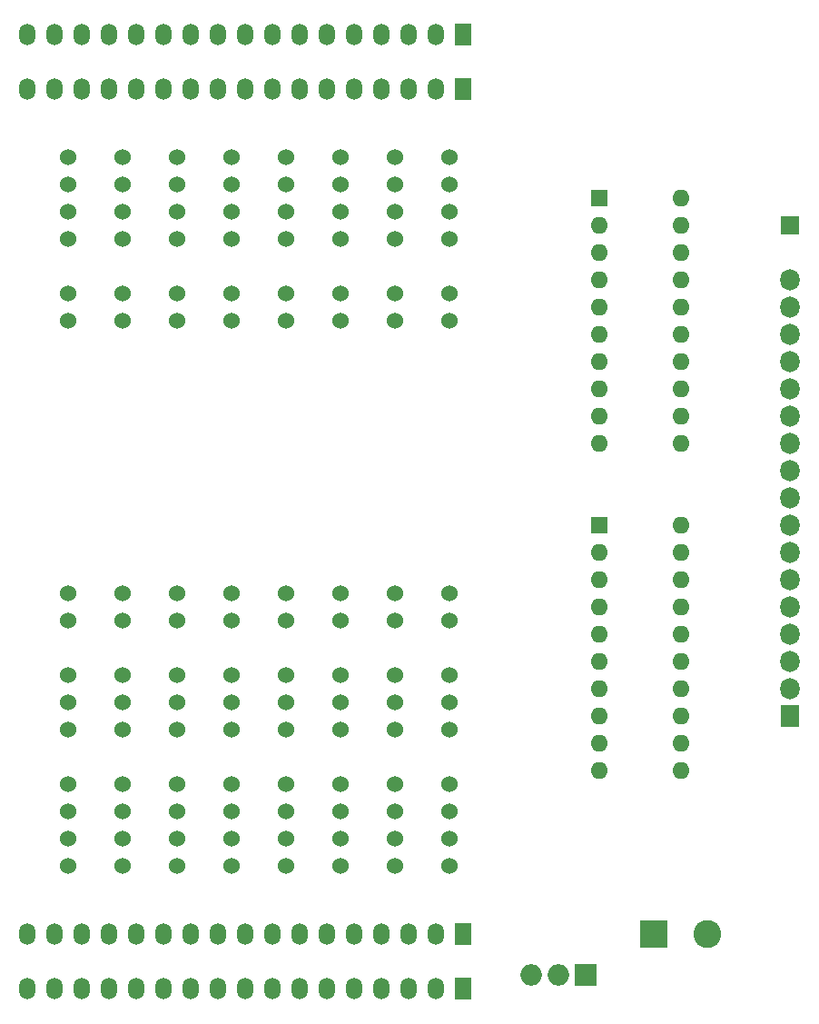
<source format=gbr>
%TF.GenerationSoftware,KiCad,Pcbnew,(5.1.8)-1*%
%TF.CreationDate,2023-06-16T08:46:22+03:00*%
%TF.ProjectId,MUX16bit,4d555831-3662-4697-942e-6b696361645f,rev?*%
%TF.SameCoordinates,Original*%
%TF.FileFunction,Copper,L1,Top*%
%TF.FilePolarity,Positive*%
%FSLAX46Y46*%
G04 Gerber Fmt 4.6, Leading zero omitted, Abs format (unit mm)*
G04 Created by KiCad (PCBNEW (5.1.8)-1) date 2023-06-16 08:46:22*
%MOMM*%
%LPD*%
G01*
G04 APERTURE LIST*
%TA.AperFunction,ComponentPad*%
%ADD10O,1.800000X2.000000*%
%TD*%
%TA.AperFunction,ComponentPad*%
%ADD11R,1.800000X2.000000*%
%TD*%
%TA.AperFunction,ComponentPad*%
%ADD12O,1.500000X2.000000*%
%TD*%
%TA.AperFunction,ComponentPad*%
%ADD13R,1.500000X2.000000*%
%TD*%
%TA.AperFunction,ComponentPad*%
%ADD14C,2.600000*%
%TD*%
%TA.AperFunction,ComponentPad*%
%ADD15R,2.600000X2.600000*%
%TD*%
%TA.AperFunction,ComponentPad*%
%ADD16O,2.000000X2.000000*%
%TD*%
%TA.AperFunction,ComponentPad*%
%ADD17R,2.000000X2.000000*%
%TD*%
%TA.AperFunction,ComponentPad*%
%ADD18R,1.700000X1.700000*%
%TD*%
%TA.AperFunction,ComponentPad*%
%ADD19C,1.524000*%
%TD*%
%TA.AperFunction,ComponentPad*%
%ADD20O,1.600000X1.600000*%
%TD*%
%TA.AperFunction,ComponentPad*%
%ADD21R,1.600000X1.600000*%
%TD*%
G04 APERTURE END LIST*
D10*
%TO.P,J5,17*%
%TO.N,GND*%
X160020000Y-48260000D03*
%TO.P,J5,16*%
%TO.N,/BUS0*%
X160020000Y-50800000D03*
%TO.P,J5,15*%
%TO.N,/BUS1*%
X160020000Y-53340000D03*
%TO.P,J5,14*%
%TO.N,/BUS2*%
X160020000Y-55880000D03*
%TO.P,J5,13*%
%TO.N,/BUS3*%
X160020000Y-58420000D03*
%TO.P,J5,12*%
%TO.N,/BUS4*%
X160020000Y-60960000D03*
%TO.P,J5,11*%
%TO.N,/BUS5*%
X160020000Y-63500000D03*
%TO.P,J5,10*%
%TO.N,/BUS6*%
X160020000Y-66040000D03*
%TO.P,J5,9*%
%TO.N,/BUS7*%
X160020000Y-68580000D03*
%TO.P,J5,8*%
%TO.N,/BUS8*%
X160020000Y-71120000D03*
%TO.P,J5,7*%
%TO.N,/BUS9*%
X160020000Y-73660000D03*
%TO.P,J5,6*%
%TO.N,/BUS10*%
X160020000Y-76200000D03*
%TO.P,J5,5*%
%TO.N,/BUS11*%
X160020000Y-78740000D03*
%TO.P,J5,4*%
%TO.N,/BUS12*%
X160020000Y-81280000D03*
%TO.P,J5,3*%
%TO.N,/BUS13*%
X160020000Y-83820000D03*
%TO.P,J5,2*%
%TO.N,/BUS14*%
X160020000Y-86360000D03*
D11*
%TO.P,J5,1*%
%TO.N,/BUS15*%
X160020000Y-88900000D03*
%TD*%
D12*
%TO.P,J4,17*%
%TO.N,GND*%
X88900000Y-114300000D03*
%TO.P,J4,16*%
%TO.N,/D0*%
X91440000Y-114300000D03*
%TO.P,J4,15*%
%TO.N,/D1*%
X93980000Y-114300000D03*
%TO.P,J4,14*%
%TO.N,/D2*%
X96520000Y-114300000D03*
%TO.P,J4,13*%
%TO.N,/D3*%
X99060000Y-114300000D03*
%TO.P,J4,12*%
%TO.N,/D4*%
X101600000Y-114300000D03*
%TO.P,J4,11*%
%TO.N,/D5*%
X104140000Y-114300000D03*
%TO.P,J4,10*%
%TO.N,/D6*%
X106680000Y-114300000D03*
%TO.P,J4,9*%
%TO.N,/D7*%
X109220000Y-114300000D03*
%TO.P,J4,8*%
%TO.N,/D8*%
X111760000Y-114300000D03*
%TO.P,J4,7*%
%TO.N,/D9*%
X114300000Y-114300000D03*
%TO.P,J4,6*%
%TO.N,/D10*%
X116840000Y-114300000D03*
%TO.P,J4,5*%
%TO.N,/D11*%
X119380000Y-114300000D03*
%TO.P,J4,4*%
%TO.N,/D12*%
X121920000Y-114300000D03*
%TO.P,J4,3*%
%TO.N,/D13*%
X124460000Y-114300000D03*
%TO.P,J4,2*%
%TO.N,/D14*%
X127000000Y-114300000D03*
D13*
%TO.P,J4,1*%
%TO.N,/D15*%
X129540000Y-114300000D03*
%TD*%
D12*
%TO.P,J3,17*%
%TO.N,GND*%
X88900000Y-109220000D03*
%TO.P,J3,16*%
%TO.N,/C0*%
X91440000Y-109220000D03*
%TO.P,J3,15*%
%TO.N,/C1*%
X93980000Y-109220000D03*
%TO.P,J3,14*%
%TO.N,/C2*%
X96520000Y-109220000D03*
%TO.P,J3,13*%
%TO.N,/C3*%
X99060000Y-109220000D03*
%TO.P,J3,12*%
%TO.N,/C4*%
X101600000Y-109220000D03*
%TO.P,J3,11*%
%TO.N,/C5*%
X104140000Y-109220000D03*
%TO.P,J3,10*%
%TO.N,/C6*%
X106680000Y-109220000D03*
%TO.P,J3,9*%
%TO.N,/C7*%
X109220000Y-109220000D03*
%TO.P,J3,8*%
%TO.N,/C8*%
X111760000Y-109220000D03*
%TO.P,J3,7*%
%TO.N,/C9*%
X114300000Y-109220000D03*
%TO.P,J3,6*%
%TO.N,/C10*%
X116840000Y-109220000D03*
%TO.P,J3,5*%
%TO.N,/C11*%
X119380000Y-109220000D03*
%TO.P,J3,4*%
%TO.N,/C12*%
X121920000Y-109220000D03*
%TO.P,J3,3*%
%TO.N,/C13*%
X124460000Y-109220000D03*
%TO.P,J3,2*%
%TO.N,/C14*%
X127000000Y-109220000D03*
D13*
%TO.P,J3,1*%
%TO.N,/C15*%
X129540000Y-109220000D03*
%TD*%
D12*
%TO.P,J2,17*%
%TO.N,GND*%
X88900000Y-30480000D03*
%TO.P,J2,16*%
%TO.N,/B0*%
X91440000Y-30480000D03*
%TO.P,J2,15*%
%TO.N,/B1*%
X93980000Y-30480000D03*
%TO.P,J2,14*%
%TO.N,/B2*%
X96520000Y-30480000D03*
%TO.P,J2,13*%
%TO.N,/B3*%
X99060000Y-30480000D03*
%TO.P,J2,12*%
%TO.N,/B4*%
X101600000Y-30480000D03*
%TO.P,J2,11*%
%TO.N,/B5*%
X104140000Y-30480000D03*
%TO.P,J2,10*%
%TO.N,/B6*%
X106680000Y-30480000D03*
%TO.P,J2,9*%
%TO.N,/B7*%
X109220000Y-30480000D03*
%TO.P,J2,8*%
%TO.N,/B8*%
X111760000Y-30480000D03*
%TO.P,J2,7*%
%TO.N,/B9*%
X114300000Y-30480000D03*
%TO.P,J2,6*%
%TO.N,/B10*%
X116840000Y-30480000D03*
%TO.P,J2,5*%
%TO.N,/B11*%
X119380000Y-30480000D03*
%TO.P,J2,4*%
%TO.N,/B12*%
X121920000Y-30480000D03*
%TO.P,J2,3*%
%TO.N,/B13*%
X124460000Y-30480000D03*
%TO.P,J2,2*%
%TO.N,/B14*%
X127000000Y-30480000D03*
D13*
%TO.P,J2,1*%
%TO.N,/B15*%
X129540000Y-30480000D03*
%TD*%
D12*
%TO.P,J1,17*%
%TO.N,GND*%
X88900000Y-25400000D03*
%TO.P,J1,16*%
%TO.N,/A0*%
X91440000Y-25400000D03*
%TO.P,J1,15*%
%TO.N,/A1*%
X93980000Y-25400000D03*
%TO.P,J1,14*%
%TO.N,/A2*%
X96520000Y-25400000D03*
%TO.P,J1,13*%
%TO.N,/A3*%
X99060000Y-25400000D03*
%TO.P,J1,12*%
%TO.N,/A4*%
X101600000Y-25400000D03*
%TO.P,J1,11*%
%TO.N,/A5*%
X104140000Y-25400000D03*
%TO.P,J1,10*%
%TO.N,/A6*%
X106680000Y-25400000D03*
%TO.P,J1,9*%
%TO.N,/A7*%
X109220000Y-25400000D03*
%TO.P,J1,8*%
%TO.N,/A8*%
X111760000Y-25400000D03*
%TO.P,J1,7*%
%TO.N,/A9*%
X114300000Y-25400000D03*
%TO.P,J1,6*%
%TO.N,/A10*%
X116840000Y-25400000D03*
%TO.P,J1,5*%
%TO.N,/A11*%
X119380000Y-25400000D03*
%TO.P,J1,4*%
%TO.N,/A12*%
X121920000Y-25400000D03*
%TO.P,J1,3*%
%TO.N,/A13*%
X124460000Y-25400000D03*
%TO.P,J1,2*%
%TO.N,/A14*%
X127000000Y-25400000D03*
D13*
%TO.P,J1,1*%
%TO.N,/A15*%
X129540000Y-25400000D03*
%TD*%
D14*
%TO.P,J8,2*%
%TO.N,VCC*%
X152320000Y-109220000D03*
D15*
%TO.P,J8,1*%
%TO.N,GND*%
X147320000Y-109220000D03*
%TD*%
D16*
%TO.P,J7,3*%
%TO.N,/S1*%
X135890000Y-113030000D03*
%TO.P,J7,2*%
%TO.N,/~E*%
X138430000Y-113030000D03*
D17*
%TO.P,J7,1*%
%TO.N,/S0*%
X140970000Y-113030000D03*
%TD*%
D18*
%TO.P,J6,1*%
%TO.N,/~OE*%
X160020000Y-43180000D03*
%TD*%
D19*
%TO.P,U8,15*%
%TO.N,/D14*%
X128270000Y-102870000D03*
%TO.P,U8,14*%
%TO.N,/C14*%
X128270000Y-100330000D03*
%TO.P,U8,13*%
%TO.N,/C15*%
X128270000Y-97790000D03*
%TO.P,U8,12*%
%TO.N,/D15*%
X128270000Y-95250000D03*
%TO.P,U8,11*%
%TO.N,/S1*%
X128270000Y-90170000D03*
%TO.P,U8,10*%
%TO.N,/~E*%
X128270000Y-87630000D03*
%TO.P,U8,9*%
%TO.N,/S0*%
X128270000Y-85090000D03*
%TO.P,U8,8*%
%TO.N,/O15*%
X128270000Y-80010000D03*
%TO.P,U8,7*%
%TO.N,/O14*%
X128270000Y-77470000D03*
%TO.P,U8,6*%
%TO.N,VCC*%
X128270000Y-52070000D03*
%TO.P,U8,5*%
%TO.N,GND*%
X128270000Y-49530000D03*
%TO.P,U8,4*%
%TO.N,/A15*%
X128270000Y-44450000D03*
%TO.P,U8,3*%
%TO.N,/B15*%
X128270000Y-41910000D03*
%TO.P,U8,2*%
%TO.N,/B14*%
X128270000Y-39370000D03*
%TO.P,U8,1*%
%TO.N,/A14*%
X128270000Y-36830000D03*
%TD*%
%TO.P,U7,15*%
%TO.N,/D12*%
X123190000Y-102870000D03*
%TO.P,U7,14*%
%TO.N,/C12*%
X123190000Y-100330000D03*
%TO.P,U7,13*%
%TO.N,/C13*%
X123190000Y-97790000D03*
%TO.P,U7,12*%
%TO.N,/D13*%
X123190000Y-95250000D03*
%TO.P,U7,11*%
%TO.N,/S1*%
X123190000Y-90170000D03*
%TO.P,U7,10*%
%TO.N,/~E*%
X123190000Y-87630000D03*
%TO.P,U7,9*%
%TO.N,/S0*%
X123190000Y-85090000D03*
%TO.P,U7,8*%
%TO.N,/O13*%
X123190000Y-80010000D03*
%TO.P,U7,7*%
%TO.N,/O12*%
X123190000Y-77470000D03*
%TO.P,U7,6*%
%TO.N,VCC*%
X123190000Y-52070000D03*
%TO.P,U7,5*%
%TO.N,GND*%
X123190000Y-49530000D03*
%TO.P,U7,4*%
%TO.N,/A13*%
X123190000Y-44450000D03*
%TO.P,U7,3*%
%TO.N,/B13*%
X123190000Y-41910000D03*
%TO.P,U7,2*%
%TO.N,/B12*%
X123190000Y-39370000D03*
%TO.P,U7,1*%
%TO.N,/A12*%
X123190000Y-36830000D03*
%TD*%
%TO.P,U6,15*%
%TO.N,/D10*%
X118110000Y-102870000D03*
%TO.P,U6,14*%
%TO.N,/C10*%
X118110000Y-100330000D03*
%TO.P,U6,13*%
%TO.N,/C11*%
X118110000Y-97790000D03*
%TO.P,U6,12*%
%TO.N,/D11*%
X118110000Y-95250000D03*
%TO.P,U6,11*%
%TO.N,/S1*%
X118110000Y-90170000D03*
%TO.P,U6,10*%
%TO.N,/~E*%
X118110000Y-87630000D03*
%TO.P,U6,9*%
%TO.N,/S0*%
X118110000Y-85090000D03*
%TO.P,U6,8*%
%TO.N,/O11*%
X118110000Y-80010000D03*
%TO.P,U6,7*%
%TO.N,/O10*%
X118110000Y-77470000D03*
%TO.P,U6,6*%
%TO.N,VCC*%
X118110000Y-52070000D03*
%TO.P,U6,5*%
%TO.N,GND*%
X118110000Y-49530000D03*
%TO.P,U6,4*%
%TO.N,/A11*%
X118110000Y-44450000D03*
%TO.P,U6,3*%
%TO.N,/B11*%
X118110000Y-41910000D03*
%TO.P,U6,2*%
%TO.N,/B10*%
X118110000Y-39370000D03*
%TO.P,U6,1*%
%TO.N,/A10*%
X118110000Y-36830000D03*
%TD*%
%TO.P,U5,15*%
%TO.N,/D8*%
X113030000Y-102870000D03*
%TO.P,U5,14*%
%TO.N,/C8*%
X113030000Y-100330000D03*
%TO.P,U5,13*%
%TO.N,/C9*%
X113030000Y-97790000D03*
%TO.P,U5,12*%
%TO.N,/D9*%
X113030000Y-95250000D03*
%TO.P,U5,11*%
%TO.N,/S1*%
X113030000Y-90170000D03*
%TO.P,U5,10*%
%TO.N,/~E*%
X113030000Y-87630000D03*
%TO.P,U5,9*%
%TO.N,/S0*%
X113030000Y-85090000D03*
%TO.P,U5,8*%
%TO.N,/O9*%
X113030000Y-80010000D03*
%TO.P,U5,7*%
%TO.N,/O8*%
X113030000Y-77470000D03*
%TO.P,U5,6*%
%TO.N,VCC*%
X113030000Y-52070000D03*
%TO.P,U5,5*%
%TO.N,GND*%
X113030000Y-49530000D03*
%TO.P,U5,4*%
%TO.N,/A9*%
X113030000Y-44450000D03*
%TO.P,U5,3*%
%TO.N,/B9*%
X113030000Y-41910000D03*
%TO.P,U5,2*%
%TO.N,/B8*%
X113030000Y-39370000D03*
%TO.P,U5,1*%
%TO.N,/A8*%
X113030000Y-36830000D03*
%TD*%
%TO.P,U4,15*%
%TO.N,/D6*%
X107950000Y-102870000D03*
%TO.P,U4,14*%
%TO.N,/C6*%
X107950000Y-100330000D03*
%TO.P,U4,13*%
%TO.N,/C7*%
X107950000Y-97790000D03*
%TO.P,U4,12*%
%TO.N,/D7*%
X107950000Y-95250000D03*
%TO.P,U4,11*%
%TO.N,/S1*%
X107950000Y-90170000D03*
%TO.P,U4,10*%
%TO.N,/~E*%
X107950000Y-87630000D03*
%TO.P,U4,9*%
%TO.N,/S0*%
X107950000Y-85090000D03*
%TO.P,U4,8*%
%TO.N,/O7*%
X107950000Y-80010000D03*
%TO.P,U4,7*%
%TO.N,/O6*%
X107950000Y-77470000D03*
%TO.P,U4,6*%
%TO.N,VCC*%
X107950000Y-52070000D03*
%TO.P,U4,5*%
%TO.N,GND*%
X107950000Y-49530000D03*
%TO.P,U4,4*%
%TO.N,/A7*%
X107950000Y-44450000D03*
%TO.P,U4,3*%
%TO.N,/B7*%
X107950000Y-41910000D03*
%TO.P,U4,2*%
%TO.N,/B6*%
X107950000Y-39370000D03*
%TO.P,U4,1*%
%TO.N,/A6*%
X107950000Y-36830000D03*
%TD*%
%TO.P,U3,15*%
%TO.N,/D4*%
X102870000Y-102870000D03*
%TO.P,U3,14*%
%TO.N,/C4*%
X102870000Y-100330000D03*
%TO.P,U3,13*%
%TO.N,/C5*%
X102870000Y-97790000D03*
%TO.P,U3,12*%
%TO.N,/D5*%
X102870000Y-95250000D03*
%TO.P,U3,11*%
%TO.N,/S1*%
X102870000Y-90170000D03*
%TO.P,U3,10*%
%TO.N,/~E*%
X102870000Y-87630000D03*
%TO.P,U3,9*%
%TO.N,/S0*%
X102870000Y-85090000D03*
%TO.P,U3,8*%
%TO.N,/O5*%
X102870000Y-80010000D03*
%TO.P,U3,7*%
%TO.N,/O4*%
X102870000Y-77470000D03*
%TO.P,U3,6*%
%TO.N,VCC*%
X102870000Y-52070000D03*
%TO.P,U3,5*%
%TO.N,GND*%
X102870000Y-49530000D03*
%TO.P,U3,4*%
%TO.N,/A5*%
X102870000Y-44450000D03*
%TO.P,U3,3*%
%TO.N,/B5*%
X102870000Y-41910000D03*
%TO.P,U3,2*%
%TO.N,/B4*%
X102870000Y-39370000D03*
%TO.P,U3,1*%
%TO.N,/A4*%
X102870000Y-36830000D03*
%TD*%
%TO.P,U2,15*%
%TO.N,/D2*%
X97790000Y-102870000D03*
%TO.P,U2,14*%
%TO.N,/C2*%
X97790000Y-100330000D03*
%TO.P,U2,13*%
%TO.N,/C3*%
X97790000Y-97790000D03*
%TO.P,U2,12*%
%TO.N,/D3*%
X97790000Y-95250000D03*
%TO.P,U2,11*%
%TO.N,/S1*%
X97790000Y-90170000D03*
%TO.P,U2,10*%
%TO.N,/~E*%
X97790000Y-87630000D03*
%TO.P,U2,9*%
%TO.N,/S0*%
X97790000Y-85090000D03*
%TO.P,U2,8*%
%TO.N,/O3*%
X97790000Y-80010000D03*
%TO.P,U2,7*%
%TO.N,/O2*%
X97790000Y-77470000D03*
%TO.P,U2,6*%
%TO.N,VCC*%
X97790000Y-52070000D03*
%TO.P,U2,5*%
%TO.N,GND*%
X97790000Y-49530000D03*
%TO.P,U2,4*%
%TO.N,/A3*%
X97790000Y-44450000D03*
%TO.P,U2,3*%
%TO.N,/B3*%
X97790000Y-41910000D03*
%TO.P,U2,2*%
%TO.N,/B2*%
X97790000Y-39370000D03*
%TO.P,U2,1*%
%TO.N,/A2*%
X97790000Y-36830000D03*
%TD*%
%TO.P,U1,15*%
%TO.N,/D0*%
X92710000Y-102870000D03*
%TO.P,U1,14*%
%TO.N,/C0*%
X92710000Y-100330000D03*
%TO.P,U1,13*%
%TO.N,/C1*%
X92710000Y-97790000D03*
%TO.P,U1,12*%
%TO.N,/D1*%
X92710000Y-95250000D03*
%TO.P,U1,11*%
%TO.N,/S1*%
X92710000Y-90170000D03*
%TO.P,U1,10*%
%TO.N,/~E*%
X92710000Y-87630000D03*
%TO.P,U1,9*%
%TO.N,/S0*%
X92710000Y-85090000D03*
%TO.P,U1,8*%
%TO.N,/O1*%
X92710000Y-80010000D03*
%TO.P,U1,7*%
%TO.N,/O0*%
X92710000Y-77470000D03*
%TO.P,U1,6*%
%TO.N,VCC*%
X92710000Y-52070000D03*
%TO.P,U1,5*%
%TO.N,GND*%
X92710000Y-49530000D03*
%TO.P,U1,4*%
%TO.N,/A1*%
X92710000Y-44450000D03*
%TO.P,U1,3*%
%TO.N,/B1*%
X92710000Y-41910000D03*
%TO.P,U1,2*%
%TO.N,/B0*%
X92710000Y-39370000D03*
%TO.P,U1,1*%
%TO.N,/A0*%
X92710000Y-36830000D03*
%TD*%
D20*
%TO.P,U10,20*%
%TO.N,VCC*%
X149860000Y-71120000D03*
%TO.P,U10,10*%
%TO.N,GND*%
X142240000Y-93980000D03*
%TO.P,U10,19*%
%TO.N,/~OE*%
X149860000Y-73660000D03*
%TO.P,U10,9*%
%TO.N,/O15*%
X142240000Y-91440000D03*
%TO.P,U10,18*%
%TO.N,/BUS8*%
X149860000Y-76200000D03*
%TO.P,U10,8*%
%TO.N,/O14*%
X142240000Y-88900000D03*
%TO.P,U10,17*%
%TO.N,/BUS9*%
X149860000Y-78740000D03*
%TO.P,U10,7*%
%TO.N,/O13*%
X142240000Y-86360000D03*
%TO.P,U10,16*%
%TO.N,/BUS10*%
X149860000Y-81280000D03*
%TO.P,U10,6*%
%TO.N,/O12*%
X142240000Y-83820000D03*
%TO.P,U10,15*%
%TO.N,/BUS11*%
X149860000Y-83820000D03*
%TO.P,U10,5*%
%TO.N,/O11*%
X142240000Y-81280000D03*
%TO.P,U10,14*%
%TO.N,/BUS12*%
X149860000Y-86360000D03*
%TO.P,U10,4*%
%TO.N,/O10*%
X142240000Y-78740000D03*
%TO.P,U10,13*%
%TO.N,/BUS13*%
X149860000Y-88900000D03*
%TO.P,U10,3*%
%TO.N,/O9*%
X142240000Y-76200000D03*
%TO.P,U10,12*%
%TO.N,/BUS14*%
X149860000Y-91440000D03*
%TO.P,U10,2*%
%TO.N,/O8*%
X142240000Y-73660000D03*
%TO.P,U10,11*%
%TO.N,/BUS15*%
X149860000Y-93980000D03*
D21*
%TO.P,U10,1*%
%TO.N,Net-(R2-Pad1)*%
X142240000Y-71120000D03*
%TD*%
D20*
%TO.P,U9,20*%
%TO.N,VCC*%
X149860000Y-40640000D03*
%TO.P,U9,10*%
%TO.N,GND*%
X142240000Y-63500000D03*
%TO.P,U9,19*%
%TO.N,/~OE*%
X149860000Y-43180000D03*
%TO.P,U9,9*%
%TO.N,/O7*%
X142240000Y-60960000D03*
%TO.P,U9,18*%
%TO.N,/BUS0*%
X149860000Y-45720000D03*
%TO.P,U9,8*%
%TO.N,/O6*%
X142240000Y-58420000D03*
%TO.P,U9,17*%
%TO.N,/BUS1*%
X149860000Y-48260000D03*
%TO.P,U9,7*%
%TO.N,/O5*%
X142240000Y-55880000D03*
%TO.P,U9,16*%
%TO.N,/BUS2*%
X149860000Y-50800000D03*
%TO.P,U9,6*%
%TO.N,/O4*%
X142240000Y-53340000D03*
%TO.P,U9,15*%
%TO.N,/BUS3*%
X149860000Y-53340000D03*
%TO.P,U9,5*%
%TO.N,/O3*%
X142240000Y-50800000D03*
%TO.P,U9,14*%
%TO.N,/BUS4*%
X149860000Y-55880000D03*
%TO.P,U9,4*%
%TO.N,/O2*%
X142240000Y-48260000D03*
%TO.P,U9,13*%
%TO.N,/BUS5*%
X149860000Y-58420000D03*
%TO.P,U9,3*%
%TO.N,/O1*%
X142240000Y-45720000D03*
%TO.P,U9,12*%
%TO.N,/BUS6*%
X149860000Y-60960000D03*
%TO.P,U9,2*%
%TO.N,/O0*%
X142240000Y-43180000D03*
%TO.P,U9,11*%
%TO.N,/BUS7*%
X149860000Y-63500000D03*
D21*
%TO.P,U9,1*%
%TO.N,Net-(R1-Pad1)*%
X142240000Y-40640000D03*
%TD*%
M02*

</source>
